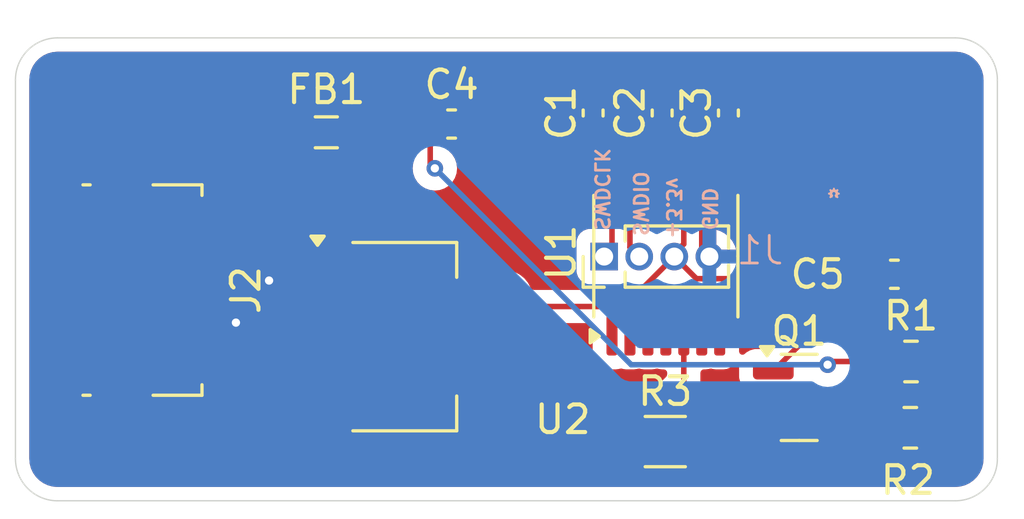
<source format=kicad_pcb>
(kicad_pcb (version 20240108) (generator "pcbnew") (generator_version "8.0")
  (layers (0 "F.Cu" signal) (31 "B.Cu" signal) (34 "B.Paste" user) (35 "F.Paste" user) (36 "B.SilkS" user "B.Silkscreen") (37 "F.SilkS" user "F.Silkscreen") (38 "B.Mask" user) (39 "F.Mask" user) (44 "Edge.Cuts" user))
  (net 0 "")
  (net 1 "GND")
  (net 2 "+3.3V")
  (net 3 "+5V")
  (net 4 "Net-(J2-VBUS)")
  (net 5 "SWDIO")
  (net 6 "SWDCLK")
  (net 16 "Net-(Q1-G)")
  (net 17 "Net-(Q1-D)")
  (net 18 "PWM")
  (footprint "Connector_USB:USB_Micro-B_Molex_47346-0001" (layer "F.Cu") (at 119.905 80.6085 -90)
    (property "Reference" "J2" (at 0 -3.3 90) (layer "F.SilkS"))
    (property "Value" "USB_B_Micro")
    (fp_line (start -3.81 2.6) (end -3.81 2.34) (stroke (width 0.12)) (layer "F.SilkS"))
    (fp_line (start 3.81 2.34) (end 3.81 2.6) (stroke (width 0.12)) (layer "F.SilkS"))
    (fp_line (start -3.81 0.06) (end -3.81 -1.71) (stroke (width 0.12)) (layer "F.SilkS"))
    (fp_line (start -3.81 -1.71) (end -3.43 -1.71) (stroke (width 0.12)) (layer "F.SilkS"))
    (fp_line (start 3.81 -1.71) (end 3.81 0.06) (stroke (width 0.12)) (layer "F.SilkS"))
    (fp_line (start 3.81 -1.71) (end 3.43 -1.71) (stroke (width 0.12)) (layer "F.SilkS"))
    (pad "1" smd rect (at -1.3 -1.46 270) (size 0.45 1.38) (layers "F.Cu" "F.Paste" "F.Mask") (net 4 "Net-(J2-VBUS)"))
    (pad "2" smd rect (at -0.65 -1.46 270) (size 0.45 1.38) (layers "F.Cu" "F.Paste" "F.Mask"))
    (pad "3" smd rect (at 0 -1.46 270) (size 0.45 1.38) (layers "F.Cu" "F.Paste" "F.Mask"))
    (pad "4" smd rect (at 0.65 -1.46 270) (size 0.45 1.38) (layers "F.Cu" "F.Paste" "F.Mask"))
    (pad "5" smd rect (at 1.3 -1.46 270) (size 0.45 1.38) (layers "F.Cu" "F.Paste" "F.Mask") (net 1 "GND"))
    (pad "6" smd rect (at -3.375 1.2 270) (size 1.65 1.3) (layers "F.Cu" "F.Paste" "F.Mask"))
    (pad "6" smd rect (at -2.4875 -1.375 270) (size 1.425 1.55) (layers "F.Cu" "F.Paste" "F.Mask"))
    (pad "6" smd rect (at -1.15 1.2 270) (size 1.8 1.9) (layers "F.Cu" "F.Paste" "F.Mask"))
    (pad "6" smd rect (at 1.55 1.2 270) (size 1 1.9) (layers "F.Cu" "F.Paste" "F.Mask"))
    (pad "6" smd rect (at 2.4875 -1.375 270) (size 1.425 1.55) (layers "F.Cu" "F.Paste" "F.Mask"))
    (pad "6" smd rect (at 3.375 1.2 270) (size 1.65 1.3) (layers "F.Cu" "F.Paste" "F.Mask"))
  )
  (footprint "Capacitor_SMD:C_0603_1608Metric" (layer "F.Cu") (at 130.655 74.596)
    (property "Reference" "C4" (at 0 -1.43 0) (layer "F.SilkS"))
    (property "Value" "10u")
    (fp_line (start -0.14058 -0.51) (end 0.14058 -0.51) (stroke (width 0.12)) (layer "F.SilkS"))
    (fp_line (start -0.14058 0.51) (end 0.14058 0.51) (stroke (width 0.12)) (layer "F.SilkS"))
    (pad "1" smd roundrect (at -0.775 0) (size 0.9 0.95) (layers "F.Cu" "F.Paste" "F.Mask") (net 3 "+5V"))
    (pad "2" smd roundrect (at 0.775 0) (size 0.9 0.95) (layers "F.Cu" "F.Paste" "F.Mask") (net 1 "GND"))
  )
  (footprint "Resistor_SMD:R_1206_3216Metric" (layer "F.Cu") (at 138.3925 86.096)
    (property "Reference" "R3" (at 0 -1.82 0) (layer "F.SilkS"))
    (property "Value" "22")
    (fp_line (start -0.727064 -0.91) (end 0.727064 -0.91) (stroke (width 0.12)) (layer "F.SilkS"))
    (fp_line (start -0.727064 0.91) (end 0.727064 0.91) (stroke (width 0.12)) (layer "F.SilkS"))
    (pad "1" smd roundrect (at -1.4625 0) (size 1.125 1.75) (layers "F.Cu" "F.Paste" "F.Mask") (roundrect_rratio 0.222222) (net 18 "PWM"))
    (pad "2" smd roundrect (at 1.4625 0) (size 1.125 1.75) (layers "F.Cu" "F.Paste" "F.Mask") (roundrect_rratio 0.222222) (net 16 "Net-(Q1-G)"))
  )
  (footprint "Package_TO_SOT_SMD:SOT-23" (layer "F.Cu") (at 143.2425 84.496)
    (property "Reference" "Q1" (at 0 -2.4 0) (layer "F.SilkS"))
    (property "Value" "SI2302")
    (fp_line (start 0 -1.56) (end -0.65 -1.56) (stroke (width 0.12)) (layer "F.SilkS"))
    (fp_line (start 0 -1.56) (end 0.65 -1.56) (stroke (width 0.12)) (layer "F.SilkS"))
    (fp_line (start 0 1.56) (end -0.65 1.56) (stroke (width 0.12)) (layer "F.SilkS"))
    (fp_line (start 0 1.56) (end 0.65 1.56) (stroke (width 0.12)) (layer "F.SilkS"))
    (fp_poly (pts (xy -1.1625 -1.51) (xy -1.4025 -1.84) (xy -0.9225 -1.84) (xy -1.1625 -1.51)) (stroke (width 0.12)) (fill solid) (layer "F.SilkS"))
    (pad "1" smd roundrect (at -0.9375 -0.95) (size 1.475 0.6) (layers "F.Cu" "F.Paste" "F.Mask") (net 17 "Net-(Q1-D)"))
    (pad "2" smd roundrect (at -0.9375 0.95) (size 1.475 0.6) (layers "F.Cu" "F.Paste" "F.Mask") (net 16 "Net-(Q1-G)"))
    (pad "3" smd roundrect (at 0.9375 0) (size 1.475 0.6) (layers "F.Cu" "F.Paste" "F.Mask") (net 1 "GND"))
  )
  (footprint "Capacitor_SMD:C_0603_1608Metric" (layer "F.Cu") (at 146.69 80.036)
    (property "Reference" "C5" (at -2.775 0 0) (layer "F.SilkS"))
    (property "Value" "22u")
    (fp_line (start -0.14058 -0.51) (end 0.14058 -0.51) (stroke (width 0.12)) (layer "F.SilkS"))
    (fp_line (start -0.14058 0.51) (end 0.14058 0.51) (stroke (width 0.12)) (layer "F.SilkS"))
    (pad "1" smd roundrect (at -0.775 0) (size 0.9 0.95) (layers "F.Cu" "F.Paste" "F.Mask") (net 2 "+3.3V"))
    (pad "2" smd roundrect (at 0.775 0) (size 0.9 0.95) (layers "F.Cu" "F.Paste" "F.Mask") (net 1 "GND"))
  )
  (footprint "Resistor_SMD:R_0805_2012Metric" (layer "F.Cu") (at 147.2675 85.596)
    (property "Reference" "R2" (at -0.0875 1.9 0) (layer "F.SilkS"))
    (property "Value" "LED2")
    (fp_line (start -0.227064 -0.735) (end 0.227064 -0.735) (stroke (width 0.12)) (layer "F.SilkS"))
    (fp_line (start -0.227064 0.735) (end 0.227064 0.735) (stroke (width 0.12)) (layer "F.SilkS"))
    (pad "1" smd roundrect (at -0.9125 0) (size 1.025 1.4) (layers "F.Cu" "F.Paste" "F.Mask") (roundrect_rratio 0.243902) (net 3 "+5V"))
    (pad "2" smd roundrect (at 0.9125 0) (size 1.025 1.4) (layers "F.Cu" "F.Paste" "F.Mask") (roundrect_rratio 0.243902) (net 17 "Net-(Q1-D)"))
  )
  (footprint "Capacitor_SMD:C_0402_1005Metric" (layer "F.Cu") (at 138.28 74.196 90)
    (property "Reference" "C2" (at 0 -1.16 90) (layer "F.SilkS"))
    (property "Value" "100n")
    (fp_line (start -0.107836 -0.36) (end 0.107836 -0.36) (stroke (width 0.12)) (layer "F.SilkS"))
    (fp_line (start -0.107836 0.36) (end 0.107836 0.36) (stroke (width 0.12)) (layer "F.SilkS"))
    (pad "1" smd roundrect (at -0.48 0 90) (size 0.56 0.62) (layers "F.Cu" "F.Paste" "F.Mask") (net 2 "+3.3V"))
    (pad "2" smd roundrect (at 0.48 0 90) (size 0.56 0.62) (layers "F.Cu" "F.Paste" "F.Mask") (net 1 "GND"))
  )
  (footprint "Capacitor_SMD:C_0402_1005Metric" (layer "F.Cu") (at 135.78 74.196 90)
    (property "Reference" "C1" (at 0 -1.16 90) (layer "F.SilkS"))
    (property "Value" "100n")
    (fp_line (start -0.107836 -0.36) (end 0.107836 -0.36) (stroke (width 0.12)) (layer "F.SilkS"))
    (fp_line (start -0.107836 0.36) (end 0.107836 0.36) (stroke (width 0.12)) (layer "F.SilkS"))
    (pad "1" smd roundrect (at -0.48 0 90) (size 0.56 0.62) (layers "F.Cu" "F.Paste" "F.Mask") (net 2 "+3.3V"))
    (pad "2" smd roundrect (at 0.48 0 90) (size 0.56 0.62) (layers "F.Cu" "F.Paste" "F.Mask") (net 1 "GND"))
  )
  (footprint "Connector_PinHeader_1.27mm:PinHeader_1x04_P1.27mm_Vertical" (layer "F.Cu") (at 136.18 79.396 90)
    (property "Reference" "J1" (hide yes))
    (property "Value" "Conn_01x04_Pin")
    (fp_line (start -1.11 -0.76) (end 0 -0.76) (stroke (width 0.12)) (layer "F.SilkS"))
    (fp_line (start -1.11 0) (end -1.11 -0.76) (stroke (width 0.12)) (layer "F.SilkS"))
    (fp_line (start 1.11 0.76) (end 1.11 4.505) (stroke (width 0.12)) (layer "F.SilkS"))
    (fp_line (start 0.563471 0.76) (end 1.11 0.76) (stroke (width 0.12)) (layer "F.SilkS"))
    (fp_line (start -1.11 0.76) (end -0.563471 0.76) (stroke (width 0.12)) (layer "F.SilkS"))
    (fp_line (start -1.11 0.76) (end -1.11 4.505) (stroke (width 0.12)) (layer "F.SilkS"))
    (fp_line (start 0.30753 4.505) (end 1.11 4.505) (stroke (width 0.12)) (layer "F.SilkS"))
    (fp_line (start -1.11 4.505) (end -0.30753 4.505) (stroke (width 0.12)) (layer "F.SilkS"))
    (pad "1" thru_hole rect (at 0 0 90) (size 1 1) (drill 0.65) (layers "*.Cu" "*.Mask") (net 6 "SWDCLK"))
    (pad "2" thru_hole oval (at 0 1.27 90) (size 1 1) (drill 0.65) (layers "*.Cu" "*.Mask") (net 5 "SWDIO"))
    (pad "3" thru_hole oval (at 0 2.54 90) (size 1 1) (drill 0.65) (layers "*.Cu" "*.Mask") (net 2 "+3.3V"))
    (pad "4" thru_hole oval (at 0 3.81 90) (size 1 1) (drill 0.65) (layers "*.Cu" "*.Mask") (net 1 "GND"))
  )
  (footprint "Capacitor_SMD:C_0402_1005Metric" (layer "F.Cu") (at 140.68 74.196 90)
    (property "Reference" "C3" (at 0 -1.16 90) (layer "F.SilkS"))
    (property "Value" "10n")
    (fp_line (start -0.107836 -0.36) (end 0.107836 -0.36) (stroke (width 0.12)) (layer "F.SilkS"))
    (fp_line (start -0.107836 0.36) (end 0.107836 0.36) (stroke (width 0.12)) (layer "F.SilkS"))
    (pad "1" smd roundrect (at -0.48 0 90) (size 0.56 0.62) (layers "F.Cu" "F.Paste" "F.Mask") (net 2 "+3.3V"))
    (pad "2" smd roundrect (at 0.48 0 90) (size 0.56 0.62) (layers "F.Cu" "F.Paste" "F.Mask") (net 1 "GND"))
  )
  (footprint "Package_SO:TSSOP-14_4.4x5mm_P0.65mm" (layer "F.Cu") (at 138.4135 79.38 90)
    (property "Reference" "U1" (at 0.132 -3.7935 90) (layer "F.SilkS"))
    (property "Value" "STM32L011D4Px")
    (fp_line (start 0 -2.61) (end 2.2 -2.61) (stroke (width 0.12)) (layer "F.SilkS"))
    (fp_line (start 0 -2.61) (end -2.2 -2.61) (stroke (width 0.12)) (layer "F.SilkS"))
    (fp_line (start 0 2.61) (end 2.2 2.61) (stroke (width 0.12)) (layer "F.SilkS"))
    (fp_line (start 0 2.61) (end -2.2 2.61) (stroke (width 0.12)) (layer "F.SilkS"))
    (fp_poly (pts (xy -2.9 -2.41) (xy -3.14 -2.74) (xy -2.66 -2.74) (xy -2.9 -2.41)) (stroke (width 0.12)) (fill solid) (layer "F.SilkS"))
    (pad "1" smd roundrect (at -2.8625 -1.95 90) (size 1.475 0.4) (layers "F.Cu" "F.Paste" "F.Mask"))
    (pad "2" smd roundrect (at -2.8625 -1.3 90) (size 1.475 0.4) (layers "F.Cu" "F.Paste" "F.Mask"))
    (pad "3" smd roundrect (at -2.8625 -0.65 90) (size 1.475 0.4) (layers "F.Cu" "F.Paste" "F.Mask"))
    (pad "4" smd roundrect (at -2.8625 0 90) (size 1.475 0.4) (layers "F.Cu" "F.Paste" "F.Mask"))
    (pad "5" smd roundrect (at -2.8625 0.65 90) (size 1.475 0.4) (layers "F.Cu" "F.Paste" "F.Mask") (net 18 "PWM"))
    (pad "6" smd roundrect (at -2.8625 1.3 90) (size 1.475 0.4) (layers "F.Cu" "F.Paste" "F.Mask"))
    (pad "7" smd roundrect (at -2.8625 1.95 90) (size 1.475 0.4) (layers "F.Cu" "F.Paste" "F.Mask"))
    (pad "8" smd roundrect (at 2.8625 1.95 90) (size 1.475 0.4) (layers "F.Cu" "F.Paste" "F.Mask"))
    (pad "9" smd roundrect (at 2.8625 1.3 90) (size 1.475 0.4) (layers "F.Cu" "F.Paste" "F.Mask") (net 1 "GND"))
    (pad "10" smd roundrect (at 2.8625 0.65 90) (size 1.475 0.4) (layers "F.Cu" "F.Paste" "F.Mask") (net 2 "+3.3V"))
    (pad "11" smd roundrect (at 2.8625 0 90) (size 1.475 0.4) (layers "F.Cu" "F.Paste" "F.Mask"))
    (pad "12" smd roundrect (at 2.8625 -0.65 90) (size 1.475 0.4) (layers "F.Cu" "F.Paste" "F.Mask"))
    (pad "13" smd roundrect (at 2.8625 -1.3 90) (size 1.475 0.4) (layers "F.Cu" "F.Paste" "F.Mask") (net 5 "SWDIO"))
    (pad "14" smd roundrect (at 2.8625 -1.95 90) (size 1.475 0.4) (layers "F.Cu" "F.Paste" "F.Mask") (net 6 "SWDCLK"))
  )
  (footprint "Resistor_SMD:R_0805_2012Metric" (layer "F.Cu") (at 147.2925 83.196)
    (property "Reference" "R1" (at 0 -1.65 360) (layer "F.SilkS"))
    (property "Value" "LED1")
    (fp_line (start -0.227064 -0.735) (end 0.227064 -0.735) (stroke (width 0.12)) (layer "F.SilkS"))
    (fp_line (start -0.227064 0.735) (end 0.227064 0.735) (stroke (width 0.12)) (layer "F.SilkS"))
    (pad "1" smd roundrect (at -0.9125 0) (size 1.025 1.4) (layers "F.Cu" "F.Paste" "F.Mask") (roundrect_rratio 0.243902) (net 3 "+5V"))
    (pad "2" smd roundrect (at 0.9125 0) (size 1.025 1.4) (layers "F.Cu" "F.Paste" "F.Mask") (roundrect_rratio 0.243902) (net 17 "Net-(Q1-D)"))
  )
  (footprint "Inductor_SMD:L_0805_2012Metric" (layer "F.Cu") (at 126.1175 74.896)
    (property "Reference" "FB1" (at 0 -1.55 360) (layer "F.SilkS"))
    (property "Value" "100ohm @ 100m")
    (fp_line (start -0.399622 -0.56) (end 0.399622 -0.56) (stroke (width 0.12)) (layer "F.SilkS"))
    (fp_line (start -0.399622 0.56) (end 0.399622 0.56) (stroke (width 0.12)) (layer "F.SilkS"))
    (pad "1" smd roundrect (at -1.0625 0) (size 0.875 1.2) (layers "F.Cu" "F.Paste" "F.Mask") (net 4 "Net-(J2-VBUS)"))
    (pad "2" smd roundrect (at 1.0625 0) (size 0.875 1.2) (layers "F.Cu" "F.Paste" "F.Mask") (net 3 "+5V"))
  )
  (footprint "Package_TO_SOT_SMD:SOT-223-3_TabPin2" (layer "F.Cu") (at 128.93 82.296)
    (property "Reference" "U2" (at 5.75 3 0) (layer "F.SilkS"))
    (property "Value" "AMS1117-3.3")
    (fp_line (start -1.85 -3.41) (end 1.91 -3.41) (stroke (width 0.12)) (layer "F.SilkS"))
    (fp_line (start -1.85 3.41) (end 1.91 3.41) (stroke (width 0.12)) (layer "F.SilkS"))
    (fp_line (start 1.91 -3.41) (end 1.91 -2.15) (stroke (width 0.12)) (layer "F.SilkS"))
    (fp_line (start 1.91 3.41) (end 1.91 2.15) (stroke (width 0.12)) (layer "F.SilkS"))
    (fp_poly (pts (xy -3.13 -3.31) (xy -3.37 -3.64) (xy -2.89 -3.64) (xy -3.13 -3.31)) (stroke (width 0.12)) (fill solid) (layer "F.SilkS"))
    (pad "1" smd roundrect (at -3.15 -2.3) (size 2 1.5) (layers "F.Cu" "F.Paste" "F.Mask") (net 1 "GND"))
    (pad "2" smd roundrect (at -3.15 0) (size 2 1.5) (layers "F.Cu" "F.Paste" "F.Mask") (net 2 "+3.3V"))
    (pad "2" smd roundrect (at 3.15 0) (size 2 3.8) (layers "F.Cu" "F.Paste" "F.Mask") (net 2 "+3.3V"))
    (pad "3" smd roundrect (at -3.15 2.3) (size 2 1.5) (layers "F.Cu" "F.Paste" "F.Mask") (net 3 "+5V"))
  )
  (footprint "my_Logo3:Output_Image_Logo for kicad SilkSreenLayer" (layer "B.Cu") (at 144.5 77.1 180)
    (property "Reference" "G***" (hide yes))
    (property "Value" "LOGO" (hide yes))
    (fp_poly (pts (xy 0.006471 0.194973) (xy 0.012245 0.194929) (xy 0.017426 0.194862) (xy 0.021857 0.194775) (xy 0.025376 0.194671) (xy 0.027825 0.194554) (xy 0.029043 0.194426) (xy 0.029135 0.194394) (xy 0.029497 0.193551) (xy 0.030079 0.191397) (xy 0.030858 0.188032) (xy 0.031815 0.183553) (xy 0.032927 0.178059) (xy 0.034174 0.171649) (xy 0.035278 0.165798) (xy 0.036438 0.159646) (xy 0.037542 0.153928) (xy 0.038558 0.148798) (xy 0.039454 0.14441) (xy 0.040199 0.140917) (xy 0.040761 0.138474) (xy 0.041109 0.137233) (xy 0.04117 0.137116) (xy 0.042048 0.136619) (xy 0.044031 0.135698) (xy 0.046917 0.134437) (xy 0.050504 0.132915) (xy 0.054591 0.131215) (xy 0.058977 0.129419) (xy 0.063459 0.127606) (xy 0.067835 0.125861) (xy 0.071905 0.124263) (xy 0.075466 0.122894) (xy 0.078318 0.121836) (xy 0.080257 0.12117) (xy 0.081084 0.120978) (xy 0.081085 0.120978) (xy 0.081831 0.121438) (xy 0.083622 0.12262) (xy 0.086325 0.124435) (xy 0.089809 0.126792) (xy 0.093941 0.129604) (xy 0.098591 0.13278) (xy 0.103625 0.136232) (xy 0.104844 0.13707) (xy 0.109967 0.140569) (xy 0.114756 0.143799) (xy 0.119078 0.146672) (xy 0.122798 0.1491) (xy 0.12578 0.150995) (xy 0.12789 0.15227) (xy 0.128993 0.152837) (xy 0.129089 0.152858) (xy 0.129894 0.152364) (xy 0.131552 0.150972) (xy 0.133931 0.148815) (xy 0.136896 0.146027) (xy 0.140314 0.142742) (xy 0.144052 0.139094) (xy 0.147975 0.135216) (xy 0.15195 0.131242) (xy 0.155843 0.127306) (xy 0.15952 0.123541) (xy 0.162848 0.120082) (xy 0.165693 0.117062) (xy 0.167922 0.114615) (xy 0.1694 0.112874) (xy 0.169994 0.111973) (xy 0.17 0.111933) (xy 0.169606 0.111072) (xy 0.168487 0.109178) (xy 0.16673 0.106388) (xy 0.164427 0.102841) (xy 0.161668 0.098675) (xy 0.158541 0.094029) (xy 0.155138 0.089041) (xy 0.154919 0.088723) (xy 0.151475 0.0837) (xy 0.14827 0.079002) (xy 0.145399 0.074769) (xy 0.142956 0.071142) (xy 0.141037 0.068262) (xy 0.139736 0.06627) (xy 0.139148 0.065306) (xy 0.13914 0.065289) (xy 0.13903 0.064625) (xy 0.139189 0.063523) (xy 0.139665 0.061848) (xy 0.140508 0.059466) (xy 0.141766 0.056242) (xy 0.143488 0.052044) (xy 0.145724 0.046736) (xy 0.146899 0.043975) (xy 0.149187 0.038688) (xy 0.151295 0.033956) (xy 0.153153 0.029926) (xy 0.154692 0.026748) (xy 0.155841 0.024569) (xy 0.15653 0.023539) (xy 0.156595 0.023489) (xy 0.157559 0.023211) (xy 0.159764 0.022708) (xy 0.16305 0.022015) (xy 0.167253 0.021163) (xy 0.172211 0.020186) (xy 0.17776 0.019117) (xy 0.183739 0.017988) (xy 0.184393 0.017866) (xy 0.191246 0.016567) (xy 0.197279 0.01538) (xy 0.202389 0.014328) (xy 0.20647 0.013434) (xy 0.20942 0.012719) (xy 0.211134 0.012207) (xy 0.211537 0.011992) (xy 0.211666 0.011095) (xy 0.211786 0.008929) (xy 0.211893 0.005653) (xy 0.211985 0.001428) (xy 0.212057 -0.003587) (xy 0.212106 -0.009232) (xy 0.21213 -0.015348) (xy 0.212131 -0.016876) (xy 0.212127 -0.02412) (xy 0.212104 -0.030062) (xy 0.212058 -0.034825) (xy 0.211986 -0.038537) (xy 0.211882 -0.041322) (xy 0.211742 -0.043306) (xy 0.211563 -0.044615) (xy 0.211339 -0.045373) (xy 0.211135 -0.045661) (xy 0.210221 -0.045978) (xy 0.208065 -0.046512) (xy 0.204832 -0.047229) (xy 0.200685 -0.048094) (xy 0.195788 -0.049073) (xy 0.190308 -0.050132) (xy 0.184528 -0.051214) (xy 0.178038 -0.052432) (xy 0.172215 -0.053568) (xy 0.167191 -0.054595) (xy 0.163095 -0.055485) (xy 0.160061 -0.056208) (xy 0.158218 -0.056738) (xy 0.157723 -0.056964) (xy 0.157157 -0.057872) (xy 0.156174 -0.059896) (xy 0.154852 -0.062844) (xy 0.15327 -0.066518) (xy 0.151507 -0.070725) (xy 0.14964 -0.075269) (xy 0.147748 -0.079954) (xy 0.14591 -0.084586) (xy 0.144204 -0.088969) (xy 0.142708 -0.092908) (xy 0.141503 -0.096208) (xy 0.140664 -0.098674) (xy 0.140272 -0.10011) (xy 0.140263 -0.100371) (xy 0.140734 -0.101147) (xy 0.141921 -0.102961) (xy 0.143734 -0.105676) (xy 0.146077 -0.109155) (xy 0.14886 -0.113259) (xy 0.151989 -0.11785) (xy 0.155302 -0.122691) (xy 0.158673 -0.127643) (xy 0.161772 -0.132264) (xy 0.164508 -0.136413) (xy 0.166789 -0.139951) (xy 0.168526 -0.142734) (xy 0.169626 -0.144624) (xy 0.17 -0.14547) (xy 0.169507 -0.146268) (xy 0.168119 -0.147921) (xy 0.165967 -0.150297) (xy 0.163187 -0.153261) (xy 0.159911 -0.15668) (xy 0.156273 -0.16042) (xy 0.152405 -0.164347) (xy 0.148442 -0.168327) (xy 0.144517 -0.172225) (xy 0.140763 -0.175909) (xy 0.137314 -0.179245) (xy 0.134302 -0.182098) (xy 0.131863 -0.184334) (xy 0.130128 -0.18582) (xy 0.129231 -0.186422) (xy 0.129189 -0.186428) (xy 0.128362 -0.186036) (xy 0.126503 -0.184919) (xy 0.123748 -0.18317) (xy 0.12024 -0.180878) (xy 0.116115 -0.178135) (xy 0.111515 -0.175033) (xy 0.106759 -0.171785) (xy 0.101826 -0.16842) (xy 0.097229 -0.165328) (xy 0.093107 -0.162599) (xy 0.089601 -0.160325) (xy 0.086852 -0.158597) (xy 0.085001 -0.157506) (xy 0.084197 -0.157142) (xy 0.083153 -0.157469) (xy 0.081115 -0.158366) (xy 0.07834 -0.159714) (xy 0.075083 -0.16139) (xy 0.073586 -0.162188) (xy 0.069994 -0.164053) (xy 0.06686 -0.165547) (xy 0.064422 -0.166566) (xy 0.062915 -0.167005) (xy 0.062686 -0.167009) (xy 0.062322 -0.166813) (xy 0.061849 -0.166261) (xy 0.061229 -0.165267) (xy 0.060424 -0.163743) (xy 0.059394 -0.161604) (xy 0.058101 -0.158763) (xy 0.056507 -0.155132) (xy 0.054573 -0.150626) (xy 0.052261 -0.145158) (xy 0.049532 -0.13864) (xy 0.046347 -0.130987) (xy 0.042668 -0.122111) (xy 0.042022 -0.120551) (xy 0.038843 -0.112841) (xy 0.035842 -0.105503) (xy 0.03306 -0.098646) (xy 0.030541 -0.092378) (xy 0.028328 -0.086809) (xy 0.026464 -0.082045) (xy 0.024991 -0.078197) (xy 0.023952 -0.075374) (xy 0.023392 -0.073682) (xy 0.023307 -0.073229) (xy 0.024036 -0.072398) (xy 0.025692 -0.070982) (xy 0.028013 -0.069193) (xy 0.030254 -0.06758) (xy 0.036182 -0.063213) (xy 0.041022 -0.059087) (xy 0.045022 -0.054932) (xy 0.048429 -0.050477) (xy 0.051489 -0.04545) (xy 0.052989 -0.042592) (xy 0.056349 -0.034376) (xy 0.058362 -0.025894) (xy 0.059052 -0.017288) (xy 0.058439 -0.008703) (xy 0.056547 -0.000283) (xy 0.053396 0.007826) (xy 0.049009 0.015483) (xy 0.043409 0.022541) (xy 0.042978 0.023002) (xy 0.036279 0.02913) (xy 0.028797 0.034109) (xy 0.020437 0.037999) (xy 0.016403 0.039398) (xy 0.014051 0.040077) (xy 0.011834 0.040547) (xy 0.0094 0.040844) (xy 0.006397 0.041005) (xy 0.002473 0.041067) (xy 0.000357 0.041072) (xy -0.00409 0.041042) (xy -0.007462 0.040929) (xy -0.010111 0.040695) (xy -0.012391 0.040305) (xy -0.014655 0.03972) (xy -0.015715 0.039398) (xy -0.024432 0.035967) (xy -0.032346 0.0314) (xy -0.039375 0.025765) (xy -0.045437 0.019132) (xy -0.05045 0.011571) (xy -0.051838 0.008929) (xy -0.054731 0.002341) (xy -0.056632 -0.003898) (xy -0.057669 -0.010326) (xy -0.057969 -0.017142) (xy -0.057286 -0.026292) (xy -0.05526 -0.03502) (xy -0.051928 -0.043238) (xy -0.047327 -0.050855) (xy -0.041627 -0.057645) (xy -0.03907 -0.060035) (xy -0.035748 -0.062822) (xy -0.032094 -0.065671) (xy -0.02854 -0.068246) (xy -0.025519 -0.070212) (xy -0.02515 -0.070427) (xy -0.023506 -0.071679) (xy -0.022516 -0.073012) (xy -0.022452 -0.073207) (xy -0.022656 -0.074145) (xy -0.023392 -0.076326) (xy -0.02463 -0.079678) (xy -0.026344 -0.084129) (xy -0.028503 -0.089607) (xy -0.031081 -0.096041) (xy -0.034049 -0.103358) (xy -0.037379 -0.111487) (xy -0.040674 -0.119471) (xy -0.043828 -0.127078) (xy -0.046835 -0.13432) (xy -0.049649 -0.141085) (xy -0.052222 -0.147261) (xy -0.054509 -0.152737) (xy -0.056463 -0.1574) (xy -0.058036 -0.161139) (xy -0.059182 -0.163842) (xy -0.059854 -0.165397) (xy -0.060004 -0.165721) (xy -0.061162 -0.166861) (xy -0.062119 -0.167142) (xy -0.063204 -0.166815) (xy -0.065278 -0.165916) (xy -0.068084 -0.164565) (xy -0.071363 -0.162884) (xy -0.072885 -0.162074) (xy -0.077077 -0.159897) (xy -0.080383 -0.15835) (xy -0.082695 -0.157481) (xy -0.083827 -0.157316) (xy -0.084832 -0.157799) (xy -0.08682 -0.158984) (xy -0.089608 -0.160754) (xy -0.093011 -0.162989) (xy -0.096845 -0.165572) (xy -0.099286 -0.167247) (xy -0.105883 -0.171797) (xy -0.111406 -0.175592) (xy -0.115952 -0.178696) (xy -0.119618 -0.181173) (xy -0.1225 -0.183086) (xy -0.124696 -0.184498) (xy -0.126303 -0.185474) (xy -0.127416 -0.186078) (xy -0.128134 -0.186372) (xy -0.128461 -0.186428) (xy -0.129202 -0.185939) (xy -0.130831 -0.184544) (xy -0.133232 -0.182353) (xy -0.136288 -0.179476) (xy -0.139884 -0.176023) (xy -0.143903 -0.172104) (xy -0.148228 -0.167828) (xy -0.149082 -0.166977) (xy -0.15344 -0.162608) (xy -0.157479 -0.158518) (xy -0.161086 -0.154824) (xy -0.164149 -0.151644) (xy -0.166554 -0.149094) (xy -0.168188 -0.147293) (xy -0.16894 -0.146357) (xy -0.168973 -0.146289) (xy -0.1691 -0.145871) (xy -0.169144 -0.145443) (xy -0.169034 -0.14489) (xy -0.168698 -0.144096) (xy -0.168063 -0.142945) (xy -0.167059 -0.14132) (xy -0.165613 -0.139107) (xy -0.163653 -0.136188) (xy -0.161107 -0.132449) (xy -0.157903 -0.127772) (xy -0.15397 -0.122043) (xy -0.153612 -0.121522) (xy -0.150287 -0.116651) (xy -0.147235 -0.112125) (xy -0.144549 -0.108085) (xy -0.142319 -0.104672) (xy -0.140638 -0.102025) (xy -0.139598 -0.100286) (xy -0.139286 -0.099616) (xy -0.139543 -0.098716) (xy -0.140272 -0.096661) (xy -0.141407 -0.09362) (xy -0.142885 -0.089761) (xy -0.144642 -0.085254) (xy -0.146612 -0.080269) (xy -0.147597 -0.077799) (xy -0.150091 -0.071613) (xy -0.152137 -0.066655) (xy -0.153786 -0.062813) (xy -0.15509 -0.059976) (xy -0.156098 -0.058033) (xy -0.156863 -0.056873) (xy -0.157418 -0.056391) (xy -0.158453 -0.056119) (xy -0.160724 -0.055625) (xy -0.164061 -0.054944) (xy -0.168295 -0.054108) (xy -0.173256 -0.053152) (xy -0.178774 -0.052108) (xy -0.184207 -0.051098) (xy -0.190062 -0.050002) (xy -0.195491 -0.048953) (xy -0.200329 -0.047985) (xy -0.204411 -0.047134) (xy -0.207572 -0.046433) (xy -0.209646 -0.045916) (xy -0.210457 -0.045631) (xy -0.21071 -0.045185) (xy -0.210917 -0.044226) (xy -0.211082 -0.042633) (xy -0.21121 -0.040285) (xy -0.211304 -0.03706) (xy -0.211369 -0.032836) (xy -0.211409 -0.027494) (xy -0.211427 -0.020911) (xy -0.211429 -0.016714) (xy -0.211429 0.011396) (xy -0.209822 0.012388) (xy -0.208769 0.012739) (xy -0.206477 0.013306) (xy -0.203114 0.014052) (xy -0.198847 0.014943) (xy -0.193844 0.015943) (xy -0.188273 0.017018) (xy -0.1823 0.018133) (xy -0.182143 0.018162) (xy -0.176199 0.019271) (xy -0.170683 0.020336) (xy -0.165756 0.021323) (xy -0.161581 0.022199) (xy -0.15832 0.022928) (xy -0.156134 0.023478) (xy -0.155186 0.023814) (xy -0.155174 0.023824) (xy -0.154656 0.024705) (xy -0.153681 0.026701) (xy -0.152338 0.029608) (xy -0.150713 0.033224) (xy -0.148894 0.037345) (xy -0.146968 0.041767) (xy -0.145024 0.046288) (xy -0.143148 0.050704) (xy -0.141429 0.054811) (xy -0.139953 0.058407) (xy -0.138808 0.061288) (xy -0.138081 0.063251) (xy -0.137858 0.064062) (xy -0.13825 0.06488) (xy -0.139369 0.066737) (xy -0.141125 0.069496) (xy -0.143431 0.073023) (xy -0.146196 0.077181) (xy -0.149334 0.081837) (xy -0.152755 0.086855) (xy -0.153299 0.087647) (xy -0.156771 0.092726) (xy -0.15999 0.097476) (xy -0.162864 0.101762) (xy -0.165303 0.105444) (xy -0.167214 0.108384) (xy -0.168507 0.110445) (xy -0.16909 0.111489) (xy -0.16911 0.111547) (xy -0.169003 0.112124) (xy -0.168418 0.113096) (xy -0.167279 0.114546) (xy -0.165509 0.116557) (xy -0.163032 0.119214) (xy -0.159772 0.122599) (xy -0.155652 0.126797) (xy -0.150596 0.131889) (xy -0.149579 0.13291) (xy -0.144514 0.137952) (xy -0.139995 0.142383) (xy -0.136099 0.146129) (xy -0.132902 0.14912) (xy -0.130481 0.151283) (xy -0.128913 0.152545) (xy -0.128329 0.152858) (xy -0.127453 0.152465) (xy -0.125541 0.151346) (xy -0.122732 0.149591) (xy -0.119164 0.147289) (xy -0.114975 0.144528) (xy -0.110303 0.141398) (xy -0.105287 0.137988) (xy -0.104741 0.137614) (xy -0.099677 0.13415) (xy -0.094935 0.130918) (xy -0.090657 0.128013) (xy -0.086981 0.125531) (xy -0.084049 0.123565) (xy -0.082001 0.122211) (xy -0.080977 0.121563) (xy -0.080941 0.121543) (xy -0.080315 0.121353) (xy -0.079396 0.121381) (xy -0.078029 0.121678) (xy -0.076059 0.122296) (xy -0.073331 0.123287) (xy -0.069689 0.124702) (xy -0.064978 0.126592) (xy -0.061655 0.127944) (xy -0.05577 0.130346) (xy -0.051071 0.132278) (xy -0.047419 0.133805) (xy -0.044676 0.134994) (xy -0.042706 0.135911) (xy -0.041368 0.136623) (xy -0.040526 0.137196) (xy -0.04004 0.137696) (xy -0.039774 0.13819) (xy -0.039659 0.138521) (xy -0.039432 0.13952) (xy -0.038978 0.14176) (xy -0.038327 0.145077) (xy -0.037512 0.149307) (xy -0.036564 0.154287) (xy -0.035515 0.159852) (xy -0.034396 0.165839) (xy -0.034281 0.166456) (xy -0.033148 0.172458) (xy -0.032063 0.178038) (xy -0.03106 0.183034) (xy -0.030172 0.187286) (xy -0.029433 0.190632) (xy -0.028877 0.192912) (xy -0.028537 0.193965) (xy -0.028514 0.193999) (xy -0.028088 0.194258) (xy -0.027199 0.194471) (xy -0.025723 0.19464) (xy -0.023534 0.19477) (xy -0.020507 0.194865) (xy -0.016517 0.194931) (xy -0.01144 0.19497) (xy -0.005151 0.194988) (xy 0.000266 0.19499)) (fill solid) (layer "B.SilkS"))
  )
  (gr_line (start 148.896 71.476) (end 116.384 71.476) (stroke (width 0.05)) (layer "Edge.Cuts"))
  (gr_arc (start 148.896 71.476) (mid 149.973631 71.922369) (end 150.42 73) (stroke (width 0.05)) (layer "Edge.Cuts"))
  (gr_arc (start 150.42 86.716) (mid 149.973631 87.793631) (end 148.896 88.24) (stroke (width 0.05)) (layer "Edge.Cuts"))
  (gr_line (start 150.42 86.716) (end 150.42 73) (stroke (width 0.05)) (layer "Edge.Cuts"))
  (gr_line (start 116.384 88.24) (end 148.896 88.24) (stroke (width 0.05)) (layer "Edge.Cuts"))
  (gr_line (start 114.86 73) (end 114.86 86.716) (stroke (width 0.05)) (layer "Edge.Cuts"))
  (gr_arc (start 114.86 73) (mid 115.306369 71.922369) (end 116.384 71.476) (stroke (width 0.05)) (layer "Edge.Cuts"))
  (gr_arc (start 116.384 88.24) (mid 115.306369 87.793631) (end 114.86 86.716) (stroke (width 0.05)) (layer "Edge.Cuts"))
  (gr_text "SWDCLK" (at 135.8 78.5 270) (layer "B.SilkS") (effects (font (size 0.5 0.5) (thickness 0.1)) (justify left bottom mirror)))
  (gr_text "SWDIO" (at 137.2 78.7 -90) (layer "B.SilkS") (effects (font (size 0.5 0.5) (thickness 0.1)) (justify left bottom mirror)))
  (gr_text "+3.3v" (at 138.4 78.8 -90) (layer "B.SilkS") (effects (font (size 0.5 0.5) (thickness 0.1)) (justify left bottom mirror)))
  (gr_text "J1\n" (at 142.748 79.756 0) (layer "B.SilkS") (effects (font (size 1 1) (thickness 0.1)) (justify left bottom mirror)))
  (gr_text "GND\n" (at 139.7 78.5 -90) (layer "B.SilkS") (effects (font (size 0.5 0.5) (thickness 0.1)) (justify left bottom mirror)))
  (segment (start 121.365 81.9085) (end 122.7235 81.9085) (width 0.2) (layer "F.Cu") (net 1))
  (segment (start 124.044 80.264) (end 125.512 80.264) (width 0.2) (layer "F.Cu") (net 1))
  (segment (start 139.7135 76.5175) (end 139.7135 79.1195) (width 0.2) (layer "F.Cu") (net 1))
  (segment (start 125.512 80.264) (end 125.78 79.996) (width 0.2) (layer "F.Cu") (net 1))
  (segment (start 139.7135 79.1195) (end 139.99 79.396) (width 0.2) (layer "F.Cu") (net 1))
  (segment (start 122.7235 81.9085) (end 122.844 81.788) (width 0.2) (layer "F.Cu") (net 1))
  (via (at 124.044 80.264) (size 0.6) (drill 0.3) (layers "F.Cu" "B.Cu") (net 1))
  (via (at 122.844 81.788) (size 0.6) (drill 0.3) (layers "F.Cu" "B.Cu") (net 1))
  (segment (start 122.844 81.788) (end 122.844 81.464) (width 0.2) (layer "B.Cu") (net 1))
  (segment (start 122.844 81.464) (end 124.044 80.264) (width 0.2) (layer "B.Cu") (net 1))
  (segment (start 133.171 81.205) (end 132.08 82.296) (width 0.2) (layer "F.Cu") (net 2))
  (segment (start 139.0635 76.5175) (end 139.0635 75.780001) (width 0.2) (layer "F.Cu") (net 2))
  (segment (start 139.0635 76.5175) (end 139.0635 75.4595) (width 0.2) (layer "F.Cu") (net 2))
  (segment (start 145.915 80.036) (end 145.755 80.196) (width 0.2) (layer "F.Cu") (net 2))
  (segment (start 140.167501 74.676) (end 140.68 74.676) (width 0.2) (layer "F.Cu") (net 2))
  (segment (start 139.0635 75.780001) (end 140.167501 74.676) (width 0.2) (layer "F.Cu") (net 2))
  (segment (start 139.0635 78.9405) (end 139.0635 76.5175) (width 0.2) (layer "F.Cu") (net 2))
  (segment (start 145.755 80.196) (end 139.52 80.196) (width 0.2) (layer "F.Cu") (net 2))
  (segment (start 139.0635 75.4595) (end 138.28 74.676) (width 0.2) (layer "F.Cu") (net 2))
  (segment (start 132.08 82.296) (end 125.78 82.296) (width 0.2) (layer "F.Cu") (net 2))
  (segment (start 138.72 79.396) (end 136.911 81.205) (width 0.2) (layer "F.Cu") (net 2))
  (segment (start 138.72 79.284) (end 139.0635 78.9405) (width 0.2) (layer "F.Cu") (net 2))
  (segment (start 138.72 79.396) (end 138.72 79.284) (width 0.2) (layer "F.Cu") (net 2))
  (segment (start 138.28 74.676) (end 135.78 74.676) (width 0.2) (layer "F.Cu") (net 2))
  (segment (start 139.52 80.196) (end 138.72 79.396) (width 0.2) (layer "F.Cu") (net 2))
  (segment (start 136.911 81.205) (end 133.171 81.205) (width 0.2) (layer "F.Cu") (net 2))
  (segment (start 127.18 74.896) (end 129.58 74.896) (width 0.2) (layer "F.Cu") (net 3))
  (segment (start 127.18 74.896) (end 126.78 74.896) (width 0.2) (layer "F.Cu") (net 3))
  (segment (start 126.78 74.896) (end 123.444 78.232) (width 0.2) (layer "F.Cu") (net 3))
  (segment (start 146.38 83.744) (end 146.355 83.769) (width 0.2) (layer "F.Cu") (net 3))
  (segment (start 146.355 83.769) (end 146.355 85.596) (width 0.2) (layer "F.Cu") (net 3))
  (segment (start 123.444 83.312) (end 124.728 84.596) (width 0.2) (layer "F.Cu") (net 3))
  (segment (start 146.38 83.196) (end 146.38 83.744) (width 0.2) (layer "F.Cu") (net 3))
  (segment (start 123.444 78.232) (end 123.444 83.312) (width 0.2) (layer "F.Cu") (net 3))
  (segment (start 129.88 76.032) (end 130.048 76.2) (width 0.2) (layer "F.Cu") (net 3))
  (segment (start 144.272 83.312) (end 144.388 83.196) (width 0.2) (layer "F.Cu") (net 3))
  (segment (start 129.88 74.596) (end 129.88 76.032) (width 0.2) (layer "F.Cu") (net 3))
  (segment (start 144.388 83.196) (end 146.38 83.196) (width 0.2) (layer "F.Cu") (net 3))
  (segment (start 124.728 84.596) (end 125.78 84.596) (width 0.2) (layer "F.Cu") (net 3))
  (segment (start 129.58 74.896) (end 129.88 74.596) (width 0.2) (layer "F.Cu") (net 3))
  (via (at 130.048 76.2) (size 0.6) (drill 0.3) (layers "F.Cu" "B.Cu") (net 3))
  (via (at 144.272 83.312) (size 0.6) (drill 0.3) (layers "F.Cu" "B.Cu") (net 3))
  (segment (start 137.16 83.312) (end 144.272 83.312) (width 0.2) (layer "B.Cu") (net 3))
  (segment (start 130.048 76.2) (end 137.16 83.312) (width 0.2) (layer "B.Cu") (net 3))
  (segment (start 122.936 77.724) (end 122.936 78.74) (width 0.2) (layer "F.Cu") (net 4))
  (segment (start 125.055 74.896) (end 125.055 75.605) (width 0.2) (layer "F.Cu") (net 4))
  (segment (start 122.936 78.74) (end 122.3675 79.3085) (width 0.2) (layer "F.Cu") (net 4))
  (segment (start 125.055 75.605) (end 122.936 77.724) (width 0.2) (layer "F.Cu") (net 4))
  (segment (start 122.3675 79.3085) (end 121.365 79.3085) (width 0.2) (layer "F.Cu") (net 4))
  (segment (start 137.1135 79.0595) (end 137.45 79.396) (width 0.2) (layer "F.Cu") (net 5))
  (segment (start 137.1135 76.5175) (end 137.1135 79.0595) (width 0.2) (layer "F.Cu") (net 5))
  (segment (start 136.4635 79.1125) (end 136.18 79.396) (width 0.2) (layer "F.Cu") (net 6))
  (segment (start 136.4635 76.5175) (end 136.4635 79.1125) (width 0.2) (layer "F.Cu") (net 6))
  (segment (start 142.305 85.446) (end 140.505 85.446) (width 0.2) (layer "F.Cu") (net 16))
  (segment (start 140.505 85.446) (end 139.855 86.096) (width 0.2) (layer "F.Cu") (net 16))
  (segment (start 148.18 83.221) (end 148.205 83.196) (width 0.2) (layer "F.Cu") (net 17))
  (segment (start 147.205 82.196) (end 143.655 82.196) (width 0.2) (layer "F.Cu") (net 17))
  (segment (start 143.655 82.196) (end 142.305 83.546) (width 0.2) (layer "F.Cu") (net 17))
  (segment (start 148.18 85.596) (end 148.18 83.221) (width 0.2) (layer "F.Cu") (net 17))
  (segment (start 148.205 83.196) (end 147.205 82.196) (width 0.2) (layer "F.Cu") (net 17))
  (segment (start 139.0635 82.2425) (end 139.0635 83.9625) (width 0.2) (layer "F.Cu") (net 18))
  (segment (start 139.0635 83.9625) (end 136.93 86.096) (width 0.2) (layer "F.Cu") (net 18))
  (zone (net 1) (net_name "GND") (layer "F.Cu") (connect_pads (clearance 0.5)) (min_thickness 0.25) (fill yes (thermal_gap 0.5) (thermal_bridge_width 0.5))
    (polygon (pts (xy 114.3 88.9) (xy 151.384 88.9) (xy 151.384 70.104) (xy 114.3 70.104)))
  )
  (zone (net 1) (net_name "GND") (layer "B.Cu") (connect_pads (clearance 0.5)) (min_thickness 0.25) (fill yes (thermal_gap 0.5) (thermal_bridge_width 0.5))
    (polygon (pts (xy 114.3 88.9) (xy 151.384 88.9) (xy 151.384 70.104) (xy 114.3 70.104)))
  )
)
</source>
